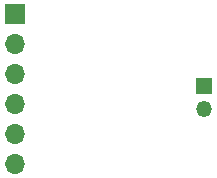
<source format=gbs>
%TF.GenerationSoftware,KiCad,Pcbnew,7.0.9*%
%TF.CreationDate,2024-04-03T22:09:18+09:00*%
%TF.ProjectId,max31855,6d617833-3138-4353-952e-6b696361645f,rev?*%
%TF.SameCoordinates,Original*%
%TF.FileFunction,Soldermask,Bot*%
%TF.FilePolarity,Negative*%
%FSLAX46Y46*%
G04 Gerber Fmt 4.6, Leading zero omitted, Abs format (unit mm)*
G04 Created by KiCad (PCBNEW 7.0.9) date 2024-04-03 22:09:18*
%MOMM*%
%LPD*%
G01*
G04 APERTURE LIST*
%ADD10R,1.350000X1.350000*%
%ADD11O,1.350000X1.350000*%
%ADD12R,1.700000X1.700000*%
%ADD13O,1.700000X1.700000*%
G04 APERTURE END LIST*
D10*
%TO.C,J2*%
X130000000Y-110500000D03*
D11*
X130000000Y-112500000D03*
%TD*%
D12*
%TO.C,J1*%
X114000000Y-104420000D03*
D13*
X114000000Y-106960000D03*
X114000000Y-109500000D03*
X114000000Y-112040000D03*
X114000000Y-114580000D03*
X114000000Y-117120000D03*
%TD*%
M02*

</source>
